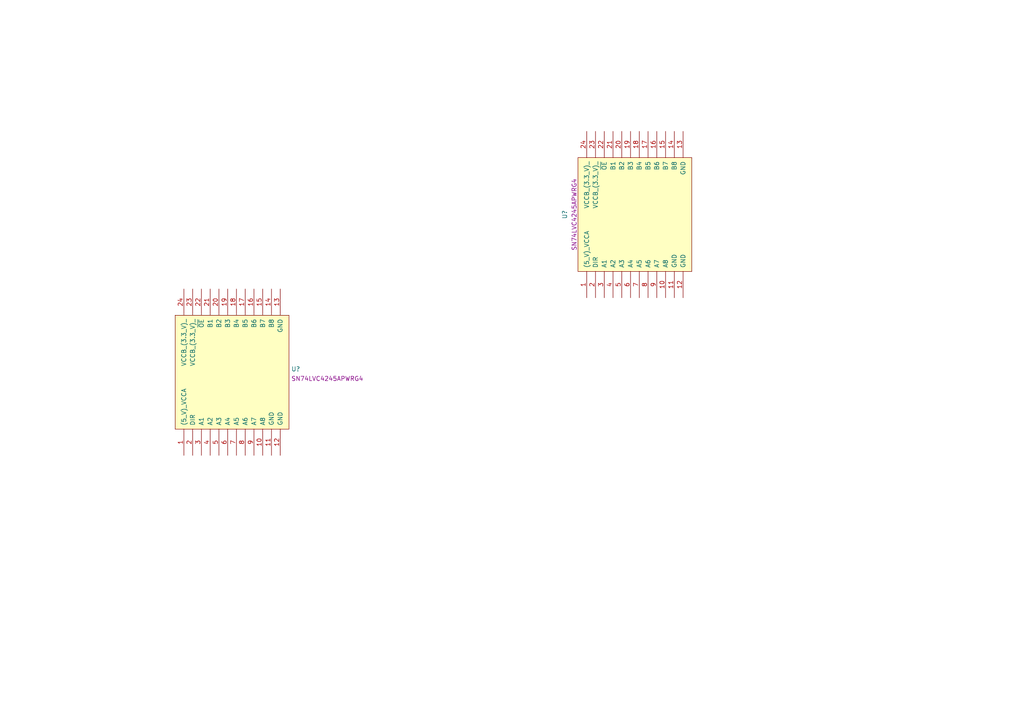
<source format=kicad_sch>
(kicad_sch (version 20210621) (generator eeschema)
  (paper "A4")
  (lib_symbols
    (symbol "lc_IC:SN74LVC4245APWRG4_[C7859]" (pin_names (offset 1.016))
      (property "Reference" "U" (at -0.0254 1.27 0))
      (property "Comment" "SN74LVC4245APWRG4" (at 3.7846 1.27 0))
      (symbol "SN74LVC4245APWRG4_[C7859]_1_1"
        (rectangle (start 7.62 -33.02) (end 40.64 0) (fill (type background)))
        (pin passive line (at 0 -2.54 0) (length 7.62) (name "(5_V)_VCCA") (number "1"))
        (pin passive line (at 0 -25.4 0) (length 7.62) (name "A8") (number "10"))
        (pin passive line (at 0 -27.94 0) (length 7.62) (name "GND") (number "11"))
        (pin passive line (at 0 -30.48 0) (length 7.62) (name "GND") (number "12"))
        (pin passive line (at 48.26 -30.48 180) (length 7.62) (name "GND") (number "13"))
        (pin passive line (at 48.26 -27.94 180) (length 7.62) (name "B8") (number "14"))
        (pin passive line (at 48.26 -25.4 180) (length 7.62) (name "B7") (number "15"))
        (pin passive line (at 48.26 -22.86 180) (length 7.62) (name "B6") (number "16"))
        (pin passive line (at 48.26 -20.32 180) (length 7.62) (name "B5") (number "17"))
        (pin passive line (at 48.26 -17.78 180) (length 7.62) (name "B4") (number "18"))
        (pin passive line (at 48.26 -15.24 180) (length 7.62) (name "B3") (number "19"))
        (pin passive line (at 0 -5.08 0) (length 7.62) (name "DIR") (number "2"))
        (pin passive line (at 48.26 -12.7 180) (length 7.62) (name "B2") (number "20"))
        (pin passive line (at 48.26 -10.16 180) (length 7.62) (name "B1") (number "21"))
        (pin passive line (at 48.26 -7.62 180) (length 7.62) (name "~{OE}") (number "22"))
        (pin passive line (at 48.26 -5.08 180) (length 7.62) (name "VCCB_(3.3_V)_") (number "23"))
        (pin passive line (at 48.26 -2.54 180) (length 7.62) (name "VCCB_(3.3_V)_") (number "24"))
        (pin passive line (at 0 -7.62 0) (length 7.62) (name "A1") (number "3"))
        (pin passive line (at 0 -10.16 0) (length 7.62) (name "A2") (number "4"))
        (pin passive line (at 0 -12.7 0) (length 7.62) (name "A3") (number "5"))
        (pin passive line (at 0 -15.24 0) (length 7.62) (name "A4") (number "6"))
        (pin passive line (at 0 -17.78 0) (length 7.62) (name "A5") (number "7"))
        (pin passive line (at 0 -20.32 0) (length 7.62) (name "A6") (number "8"))
        (pin passive line (at 0 -22.86 0) (length 7.62) (name "A7") (number "9"))
      )
    )
  )
  (symbol (lib_id "lc_IC:SN74LVC4245APWRG4_[C7859]") (at 50.8 132.08 90) (unit 1)
    (property "Reference" "U?" (at 84.455 107.0415 90) (effects (justify right)))
    (property "Value" "SN74LVC4245APWRG4_[C7859]" (effects hide))
    (property "Footprint" "lc_lib:TSSOP-24" (effects hide))
    (property "Datasheet" "http://www.szlcsc.com/product/details_8336.html" (effects hide))
    (property "description" "74系列逻辑芯片" (effects hide))
    (property "ComponentLink1Description" "供应商链接" (effects hide))
    (property "Package" "TSSOP-24" (effects hide))
    (property "Supplier" "LC" (effects hide))
    (property "SuppliersPartNumber" "C7859" (effects hide))
    (property "Comment" "SN74LVC4245APWRG4" (at 84.455 109.8166 90) (effects (justify right)))
  )
  (symbol (lib_id "lc_IC:SN74LVC4245APWRG4_[C7859]") (at 167.64 86.36 90) (unit 1)
    (property "Reference" "U?" (at 163.8005 62.23 0))
    (property "Value" "SN74LVC4245APWRG4_[C7859]" (effects hide))
    (property "Footprint" "lc_lib:TSSOP-24" (effects hide))
    (property "Datasheet" "http://www.szlcsc.com/product/details_8336.html" (effects hide))
    (property "description" "74系列逻辑芯片" (effects hide))
    (property "ComponentLink1Description" "供应商链接" (effects hide))
    (property "Package" "TSSOP-24" (effects hide))
    (property "Supplier" "LC" (effects hide))
    (property "SuppliersPartNumber" "C7859" (effects hide))
    (property "Comment" "SN74LVC4245APWRG4" (at 166.5756 62.23 0))
  )
)
</source>
